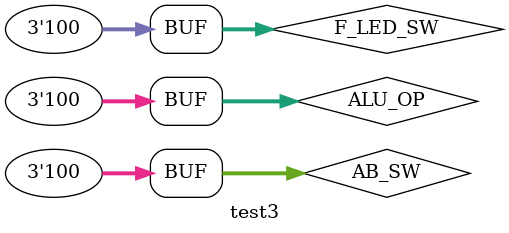
<source format=v>
`timescale 1ns / 1ps


module test3;

	// Inputs
	reg [2:0] AB_SW;
	reg [2:0] ALU_OP;
	reg [2:0] F_LED_SW;

	// Outputs
	wire [7:0] LED;

	// Instantiate the Unit Under Test (UUT)
	shiyan3 uut (
		.AB_SW(AB_SW), 
		.ALU_OP(ALU_OP), 
		.F_LED_SW(F_LED_SW), 
		.LED(LED)
	);

	initial begin
		// Initialize Inputs
		AB_SW = 0;
		ALU_OP = 0;
		F_LED_SW = 0;

		// Wait 100 ns for global reset to finish
		#100;
      AB_SW = 3'b011;
		ALU_OP = 3'b000;
		F_LED_SW = 3'b010;
		#100;
      AB_SW = 3'b010;
		ALU_OP = 3'b010;
		F_LED_SW = 3'b010;
		#100;
      AB_SW = 3'b011;
		ALU_OP = 3'b011;
		F_LED_SW = 3'b011;
 		#100;
      AB_SW = 3'b110;
		ALU_OP = 3'b110;
		F_LED_SW = 3'b010; 
		#100;
      AB_SW = 3'b111;
		ALU_OP = 3'b111;
		F_LED_SW = 3'b111; 
		#100;
      AB_SW = 3'b100;
		ALU_OP = 3'b100;
		F_LED_SW = 3'b100; 
		 
		// Add stimulus here

	end
      
endmodule


</source>
